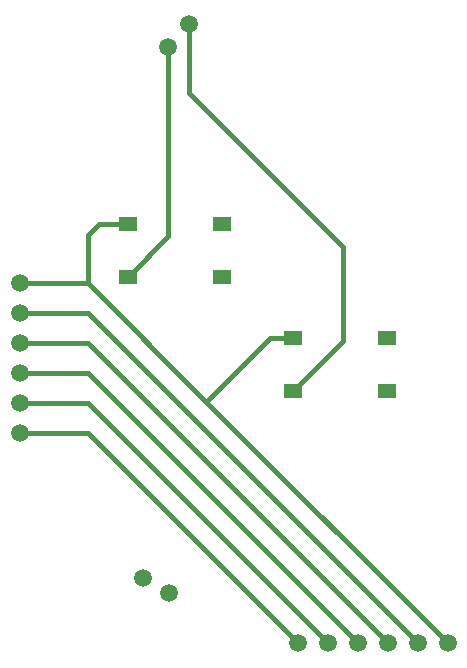
<source format=gbl>
G75*
%MOIN*%
%OFA0B0*%
%FSLAX25Y25*%
%IPPOS*%
%LPD*%
%AMOC8*
5,1,8,0,0,1.08239X$1,22.5*
%
%ADD10C,0.05937*%
%ADD11R,0.06102X0.05118*%
%ADD12C,0.01600*%
D10*
X0049668Y0030327D03*
X0058319Y0025312D03*
X0101259Y0008744D03*
X0111259Y0008744D03*
X0121259Y0008744D03*
X0131259Y0008744D03*
X0141259Y0008744D03*
X0151259Y0008744D03*
X0008759Y0078744D03*
X0008759Y0088744D03*
X0008759Y0098744D03*
X0008759Y0108744D03*
X0008759Y0118744D03*
X0008759Y0128744D03*
X0058204Y0207625D03*
X0064934Y0215022D03*
D11*
X0075928Y0148602D03*
X0075928Y0130886D03*
X0099589Y0110602D03*
X0099589Y0092886D03*
X0130928Y0092886D03*
X0130928Y0110602D03*
X0044589Y0130886D03*
X0044589Y0148602D03*
D12*
X0035117Y0148602D01*
X0031259Y0144744D01*
X0031259Y0128744D01*
X0070759Y0089244D01*
X0092117Y0110602D01*
X0099589Y0110602D01*
X0116259Y0109555D02*
X0099589Y0092886D01*
X0116259Y0109555D02*
X0116259Y0140744D01*
X0064934Y0192069D01*
X0064934Y0215022D01*
X0058204Y0207625D02*
X0058204Y0144500D01*
X0044589Y0130886D01*
X0031259Y0128744D02*
X0008759Y0128744D01*
X0008759Y0118744D02*
X0031259Y0118744D01*
X0141259Y0008744D01*
X0151259Y0008744D02*
X0070759Y0089244D01*
X0031259Y0088744D02*
X0111259Y0008744D01*
X0101259Y0008744D02*
X0031259Y0078744D01*
X0008759Y0078744D01*
X0008759Y0088744D02*
X0031259Y0088744D01*
X0031259Y0098744D02*
X0121259Y0008744D01*
X0131259Y0008744D02*
X0031259Y0108744D01*
X0008759Y0108744D01*
X0008759Y0098744D02*
X0031259Y0098744D01*
M02*

</source>
